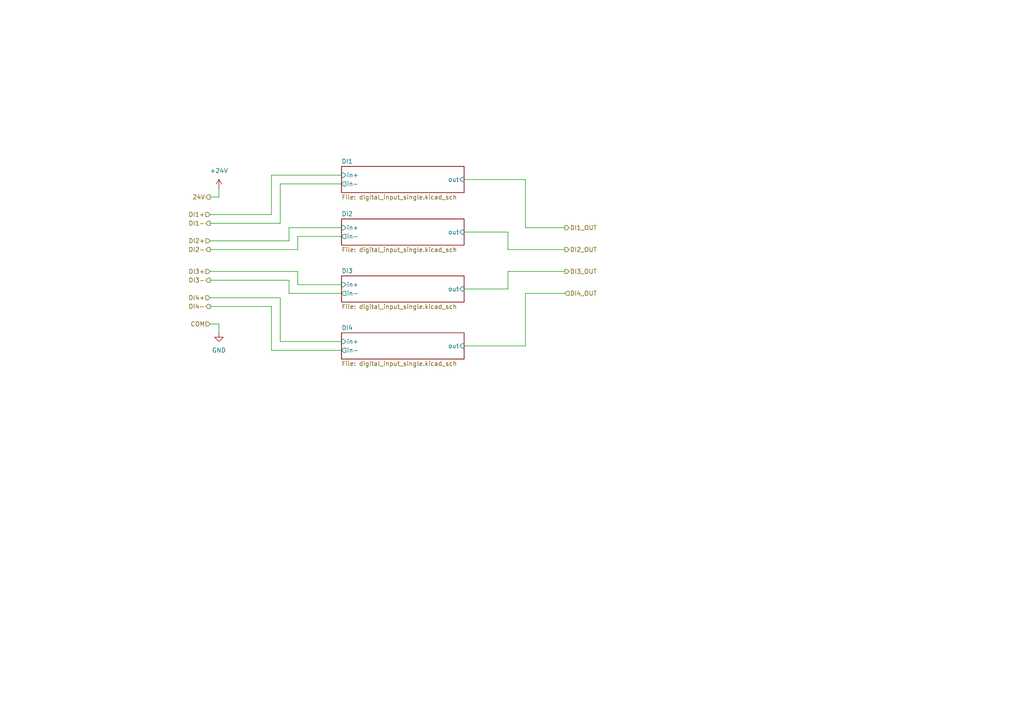
<source format=kicad_sch>
(kicad_sch (version 20231120) (generator "eeschema") (generator_version "8.0")
  (paper "A4")
  (title_block (title "Цифровые входы"))
  (lib_symbols
    (symbol "power:+24V" (power) (pin_numbers hide) (pin_names (offset 0) hide)
      (property "Value" "+24V" (at 0 3.556 0))
      (symbol "+24V_0_1"
        (polyline (pts (xy -0.762 1.27) (xy 0 2.54)))
        (polyline (pts (xy 0 0) (xy 0 2.54)))
        (polyline (pts (xy 0 2.54) (xy 0.762 1.27)))
      )
      (symbol "+24V_1_1"
        (pin power_in line (at 0 0 90) (length 0) (name "~") (number "1"))
      )
    )
    (symbol "power:GND" (power) (pin_numbers hide) (pin_names (offset 0) hide)
      (property "Value" "GND" (at 0 -3.81 0))
      (symbol "GND_0_1"
        (polyline (pts (xy 0 0) (xy 0 -1.27) (xy 1.27 -1.27) (xy 0 -2.54) (xy -1.27 -1.27) (xy 0 -1.27)))
      )
      (symbol "GND_1_1"
        (pin power_in line (at 0 0 270) (length 0) (name "~") (number "1"))
      )
    )
  )
  (wire (pts (xy 86.36 68.58) (xy 86.36 72.39)))
  (wire (pts (xy 147.32 83.82) (xy 147.32 78.74)))
  (wire (pts (xy 163.83 66.04) (xy 152.4 66.04)))
  (wire (pts (xy 147.32 78.74) (xy 163.83 78.74)))
  (wire (pts (xy 81.28 53.34) (xy 99.06 53.34)))
  (wire (pts (xy 134.62 83.82) (xy 147.32 83.82)))
  (wire (pts (xy 60.96 69.85) (xy 83.82 69.85)))
  (wire (pts (xy 134.62 67.31) (xy 147.32 67.31)))
  (wire (pts (xy 86.36 78.74) (xy 86.36 82.55)))
  (wire (pts (xy 86.36 82.55) (xy 99.06 82.55)))
  (wire (pts (xy 152.4 100.33) (xy 134.62 100.33)))
  (wire (pts (xy 60.96 88.9) (xy 78.74 88.9)))
  (wire (pts (xy 60.96 93.98) (xy 63.5 93.98)))
  (wire (pts (xy 60.96 86.36) (xy 81.28 86.36)))
  (wire (pts (xy 152.4 85.09) (xy 152.4 100.33)))
  (wire (pts (xy 63.5 54.61) (xy 63.5 57.15)))
  (wire (pts (xy 83.82 81.28) (xy 83.82 85.09)))
  (wire (pts (xy 99.06 66.04) (xy 83.82 66.04)))
  (wire (pts (xy 81.28 64.77) (xy 81.28 53.34)))
  (wire (pts (xy 60.96 81.28) (xy 83.82 81.28)))
  (wire (pts (xy 78.74 101.6) (xy 99.06 101.6)))
  (wire (pts (xy 163.83 85.09) (xy 152.4 85.09)))
  (wire (pts (xy 86.36 72.39) (xy 60.96 72.39)))
  (wire (pts (xy 60.96 78.74) (xy 86.36 78.74)))
  (wire (pts (xy 81.28 86.36) (xy 81.28 99.06)))
  (wire (pts (xy 78.74 62.23) (xy 78.74 50.8)))
  (wire (pts (xy 147.32 72.39) (xy 163.83 72.39)))
  (wire (pts (xy 83.82 85.09) (xy 99.06 85.09)))
  (wire (pts (xy 60.96 62.23) (xy 78.74 62.23)))
  (wire (pts (xy 78.74 88.9) (xy 78.74 101.6)))
  (wire (pts (xy 83.82 69.85) (xy 83.82 66.04)))
  (wire (pts (xy 81.28 99.06) (xy 99.06 99.06)))
  (wire (pts (xy 99.06 68.58) (xy 86.36 68.58)))
  (wire (pts (xy 152.4 52.07) (xy 134.62 52.07)))
  (wire (pts (xy 63.5 57.15) (xy 60.96 57.15)))
  (wire (pts (xy 60.96 64.77) (xy 81.28 64.77)))
  (wire (pts (xy 78.74 50.8) (xy 99.06 50.8)))
  (wire (pts (xy 63.5 93.98) (xy 63.5 96.52)))
  (wire (pts (xy 147.32 67.31) (xy 147.32 72.39)))
  (wire (pts (xy 152.4 66.04) (xy 152.4 52.07)))
  (hierarchical_label "DI4+" (shape input) (at 60.96 86.36 180))
  (hierarchical_label "DI3+" (shape input) (at 60.96 78.74 180))
  (hierarchical_label "COM" (shape input) (at 60.96 93.98 180))
  (hierarchical_label "DI2-" (shape output) (at 60.96 72.39 180))
  (hierarchical_label "DI1_OUT" (shape output) (at 163.83 66.04 0))
  (hierarchical_label "DI1+" (shape input) (at 60.96 62.23 180))
  (hierarchical_label "24V" (shape output) (at 60.96 57.15 180))
  (hierarchical_label "DI4-" (shape output) (at 60.96 88.9 180))
  (hierarchical_label "DI2+" (shape input) (at 60.96 69.85 180))
  (hierarchical_label "DI1-" (shape output) (at 60.96 64.77 180))
  (hierarchical_label "DI2_OUT" (shape output) (at 163.83 72.39 0))
  (hierarchical_label "DI4_OUT" (shape input) (at 163.83 85.09 0))
  (hierarchical_label "DI3-" (shape output) (at 60.96 81.28 180))
  (hierarchical_label "DI3_OUT" (shape output) (at 163.83 78.74 0))
  (symbol (lib_id "power:+24V") (at 63.5 54.61 0) (mirror y) (unit 1)
    (property "Reference" "#PWR093" (effects (hide yes)))
    (property "Value" "+24V" (at 63.5 49.53 0))
    (property "Description" "Power symbol creates a global label with name \"+24V\"" (effects (hide yes)))
  )
  (symbol (lib_id "power:GND") (at 63.5 96.52 0) (mirror y) (unit 1)
    (property "Reference" "#PWR094" (effects (hide yes)))
    (property "Value" "GND" (at 63.5 101.6 0))
    (property "Description" "Power symbol creates a global label with name \"GND\" , ground" (effects (hide yes)))
  )
  (sheet (at 99.06 80.01) (size 35.56 7.62) (stroke (width 0.1524))
    (property "Sheetname" "DI3" (at 99.06 79.2984 0) (effects (justify left bottom)))
    (property "Sheetfile" "digital_input_single.kicad_sch" (at 99.06 88.2146 0) (effects (justify left top)))
    (pin "in-" output (at 99.06 85.09 180))
    (pin "in+" input (at 99.06 82.55 180))
    (pin "out" input (at 134.62 83.82 0))
  )
  (sheet (at 99.06 63.5) (size 35.56 7.62) (stroke (width 0.1524))
    (property "Sheetname" "DI2" (at 99.06 62.7884 0) (effects (justify left bottom)))
    (property "Sheetfile" "digital_input_single.kicad_sch" (at 99.06 71.7046 0) (effects (justify left top)))
    (pin "in-" output (at 99.06 68.58 180))
    (pin "in+" input (at 99.06 66.04 180))
    (pin "out" input (at 134.62 67.31 0))
  )
  (sheet (at 99.06 48.26) (size 35.56 7.62) (stroke (width 0.1524))
    (property "Sheetname" "DI1" (at 99.06 47.5484 0) (effects (justify left bottom)))
    (property "Sheetfile" "digital_input_single.kicad_sch" (at 99.06 56.4646 0) (effects (justify left top)))
    (pin "in-" output (at 99.06 53.34 180))
    (pin "in+" input (at 99.06 50.8 180))
    (pin "out" input (at 134.62 52.07 0))
  )
  (sheet (at 99.06 96.52) (size 35.56 7.62) (stroke (width 0.1524))
    (property "Sheetname" "DI4" (at 99.06 95.8084 0) (effects (justify left bottom)))
    (property "Sheetfile" "digital_input_single.kicad_sch" (at 99.06 104.7246 0) (effects (justify left top)))
    (pin "in-" output (at 99.06 101.6 180))
    (pin "in+" input (at 99.06 99.06 180))
    (pin "out" input (at 134.62 100.33 0))
  )
)
</source>
